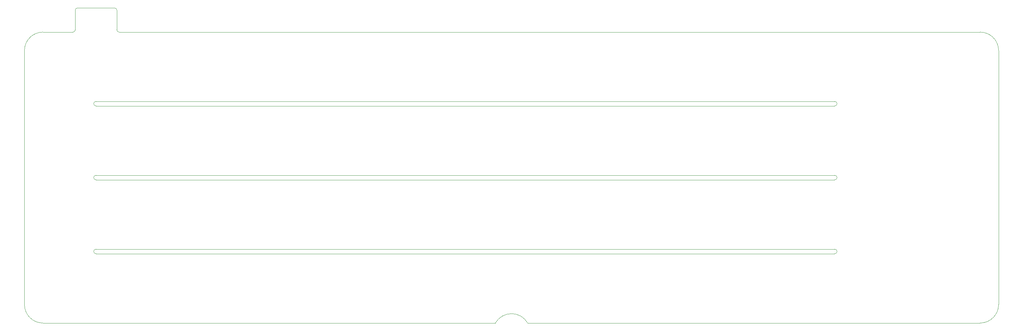
<source format=gm1>
G04 #@! TF.GenerationSoftware,KiCad,Pcbnew,(6.0.1-0)*
G04 #@! TF.CreationDate,2022-06-04T21:55:58-05:00*
G04 #@! TF.ProjectId,pcb,7063622e-6b69-4636-9164-5f7063625858,rev?*
G04 #@! TF.SameCoordinates,Original*
G04 #@! TF.FileFunction,Profile,NP*
%FSLAX46Y46*%
G04 Gerber Fmt 4.6, Leading zero omitted, Abs format (unit mm)*
G04 Created by KiCad (PCBNEW (6.0.1-0)) date 2022-06-04 21:55:58*
%MOMM*%
%LPD*%
G01*
G04 APERTURE LIST*
G04 #@! TA.AperFunction,Profile*
%ADD10C,0.050000*%
G04 #@! TD*
G04 APERTURE END LIST*
D10*
X91057416Y-43668942D02*
X91057416Y-38608805D01*
X329182616Y-49026759D02*
G75*
G03*
X324420112Y-44264255I-4762504J0D01*
G01*
X96415233Y-101414303D02*
X286915393Y-101414303D01*
X324420112Y-119273693D02*
G75*
G03*
X329182616Y-114511189I0J4762504D01*
G01*
X199404383Y-119273693D02*
X82723034Y-119273693D01*
X286915393Y-82364287D02*
G75*
G03*
X286915393Y-81173661I0J595313D01*
G01*
X82723034Y-44264255D02*
G75*
G03*
X77960530Y-49026759I0J-4762504D01*
G01*
X329182616Y-49026759D02*
X329182616Y-114511189D01*
X286915393Y-100223677D02*
X96415233Y-100223677D01*
X77960530Y-114511189D02*
G75*
G03*
X82723034Y-119273693I4762504J0D01*
G01*
X207738763Y-119273693D02*
X324420112Y-119273693D01*
X101773051Y-43668958D02*
G75*
G03*
X102368363Y-44264270I595313J1D01*
G01*
X324420112Y-44264255D02*
X102368363Y-44264270D01*
X91652729Y-38013494D02*
X101177738Y-38013494D01*
X207738763Y-119273693D02*
G75*
G03*
X199404383Y-119273693I-4167190J-2381252D01*
G01*
X286915393Y-62123645D02*
X96415233Y-62123645D01*
X96415233Y-63314271D02*
X286915393Y-63314271D01*
X96415233Y-62123645D02*
G75*
G03*
X96415233Y-63314271I0J-595313D01*
G01*
X286915393Y-63314271D02*
G75*
G03*
X286915393Y-62123645I0J595313D01*
G01*
X77960530Y-114511189D02*
X77960530Y-49026759D01*
X101773050Y-38608806D02*
X101773050Y-43668958D01*
X101773050Y-38608806D02*
G75*
G03*
X101177738Y-38013494I-595313J-1D01*
G01*
X286915393Y-101414303D02*
G75*
G03*
X286915393Y-100223677I0J595313D01*
G01*
X91652728Y-38013494D02*
G75*
G03*
X91057416Y-38608806I1J-595313D01*
G01*
X96415233Y-100223677D02*
G75*
G03*
X96415233Y-101414303I0J-595313D01*
G01*
X90462104Y-44264255D02*
G75*
G03*
X91057416Y-43668943I-1J595313D01*
G01*
X286915393Y-81173661D02*
X96415233Y-81173661D01*
X82723034Y-44264255D02*
X90462104Y-44264255D01*
X96415233Y-81173661D02*
G75*
G03*
X96415233Y-82364287I0J-595313D01*
G01*
X96415233Y-82364287D02*
X286915393Y-82364287D01*
M02*

</source>
